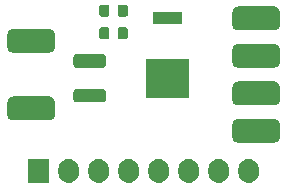
<source format=gts>
G04 #@! TF.GenerationSoftware,KiCad,Pcbnew,(5.0.1-3-g963ef8bb5)*
G04 #@! TF.CreationDate,2018-11-23T17:17:20+10:30*
G04 #@! TF.ProjectId,rgb-led-board,7267622D6C65642D626F6172642E6B69,1.0*
G04 #@! TF.SameCoordinates,Original*
G04 #@! TF.FileFunction,Soldermask,Top*
G04 #@! TF.FilePolarity,Negative*
%FSLAX46Y46*%
G04 Gerber Fmt 4.6, Leading zero omitted, Abs format (unit mm)*
G04 Created by KiCad (PCBNEW (5.0.1-3-g963ef8bb5)) date Friday, 23 November 2018 at 05:17:20 pm*
%MOMM*%
%LPD*%
G01*
G04 APERTURE LIST*
%ADD10C,0.100000*%
G04 APERTURE END LIST*
D10*
G36*
X128439294Y-72246496D02*
X128559726Y-72283029D01*
X128602087Y-72295879D01*
X128752112Y-72376068D01*
X128883612Y-72483988D01*
X128991532Y-72615488D01*
X129071721Y-72765512D01*
X129084571Y-72807873D01*
X129121104Y-72928305D01*
X129133600Y-73055180D01*
X129133600Y-73444819D01*
X129121104Y-73571694D01*
X129084571Y-73692128D01*
X129071721Y-73734488D01*
X128991532Y-73884512D01*
X128883612Y-74016012D01*
X128752112Y-74123932D01*
X128602088Y-74204121D01*
X128559727Y-74216971D01*
X128439295Y-74253504D01*
X128326432Y-74264620D01*
X128270001Y-74270178D01*
X128270000Y-74270178D01*
X128100706Y-74253504D01*
X127980274Y-74216971D01*
X127937913Y-74204121D01*
X127787889Y-74123932D01*
X127697946Y-74050117D01*
X127656388Y-74016012D01*
X127548469Y-73884512D01*
X127548467Y-73884509D01*
X127468279Y-73734488D01*
X127455429Y-73692127D01*
X127418896Y-73571695D01*
X127406400Y-73444820D01*
X127406400Y-73055181D01*
X127418896Y-72928306D01*
X127468278Y-72765517D01*
X127468279Y-72765513D01*
X127548468Y-72615488D01*
X127656388Y-72483988D01*
X127787888Y-72376068D01*
X127937912Y-72295879D01*
X127980273Y-72283029D01*
X128100705Y-72246496D01*
X128227580Y-72234000D01*
X128269999Y-72229822D01*
X128270000Y-72229822D01*
X128439294Y-72246496D01*
X128439294Y-72246496D01*
G37*
G36*
X130979294Y-72246496D02*
X131099726Y-72283029D01*
X131142087Y-72295879D01*
X131292112Y-72376068D01*
X131423612Y-72483988D01*
X131531532Y-72615488D01*
X131611721Y-72765512D01*
X131624571Y-72807873D01*
X131661104Y-72928305D01*
X131673600Y-73055180D01*
X131673600Y-73444819D01*
X131661104Y-73571694D01*
X131624571Y-73692128D01*
X131611721Y-73734488D01*
X131531532Y-73884512D01*
X131423612Y-74016012D01*
X131292112Y-74123932D01*
X131142088Y-74204121D01*
X131099727Y-74216971D01*
X130979295Y-74253504D01*
X130866432Y-74264620D01*
X130810001Y-74270178D01*
X130810000Y-74270178D01*
X130640706Y-74253504D01*
X130520274Y-74216971D01*
X130477913Y-74204121D01*
X130327889Y-74123932D01*
X130237946Y-74050117D01*
X130196388Y-74016012D01*
X130088469Y-73884512D01*
X130088467Y-73884509D01*
X130008279Y-73734488D01*
X129995429Y-73692127D01*
X129958896Y-73571695D01*
X129946400Y-73444820D01*
X129946400Y-73055181D01*
X129958896Y-72928306D01*
X130008278Y-72765517D01*
X130008279Y-72765513D01*
X130088468Y-72615488D01*
X130196388Y-72483988D01*
X130327888Y-72376068D01*
X130477912Y-72295879D01*
X130520273Y-72283029D01*
X130640705Y-72246496D01*
X130767580Y-72234000D01*
X130809999Y-72229822D01*
X130810000Y-72229822D01*
X130979294Y-72246496D01*
X130979294Y-72246496D01*
G37*
G36*
X133519294Y-72246496D02*
X133639726Y-72283029D01*
X133682087Y-72295879D01*
X133832112Y-72376068D01*
X133963612Y-72483988D01*
X134071532Y-72615488D01*
X134151721Y-72765512D01*
X134164571Y-72807873D01*
X134201104Y-72928305D01*
X134213600Y-73055180D01*
X134213600Y-73444819D01*
X134201104Y-73571694D01*
X134164571Y-73692128D01*
X134151721Y-73734488D01*
X134071532Y-73884512D01*
X133963612Y-74016012D01*
X133832112Y-74123932D01*
X133682088Y-74204121D01*
X133639727Y-74216971D01*
X133519295Y-74253504D01*
X133406432Y-74264620D01*
X133350001Y-74270178D01*
X133350000Y-74270178D01*
X133180706Y-74253504D01*
X133060274Y-74216971D01*
X133017913Y-74204121D01*
X132867889Y-74123932D01*
X132777946Y-74050117D01*
X132736388Y-74016012D01*
X132628469Y-73884512D01*
X132628467Y-73884509D01*
X132548279Y-73734488D01*
X132535429Y-73692127D01*
X132498896Y-73571695D01*
X132486400Y-73444820D01*
X132486400Y-73055181D01*
X132498896Y-72928306D01*
X132548278Y-72765517D01*
X132548279Y-72765513D01*
X132628468Y-72615488D01*
X132736388Y-72483988D01*
X132867888Y-72376068D01*
X133017912Y-72295879D01*
X133060273Y-72283029D01*
X133180705Y-72246496D01*
X133307580Y-72234000D01*
X133349999Y-72229822D01*
X133350000Y-72229822D01*
X133519294Y-72246496D01*
X133519294Y-72246496D01*
G37*
G36*
X136059294Y-72246496D02*
X136179726Y-72283029D01*
X136222087Y-72295879D01*
X136372112Y-72376068D01*
X136503612Y-72483988D01*
X136611532Y-72615488D01*
X136691721Y-72765512D01*
X136704571Y-72807873D01*
X136741104Y-72928305D01*
X136753600Y-73055180D01*
X136753600Y-73444819D01*
X136741104Y-73571694D01*
X136704571Y-73692128D01*
X136691721Y-73734488D01*
X136611532Y-73884512D01*
X136503612Y-74016012D01*
X136372112Y-74123932D01*
X136222088Y-74204121D01*
X136179727Y-74216971D01*
X136059295Y-74253504D01*
X135946432Y-74264620D01*
X135890001Y-74270178D01*
X135890000Y-74270178D01*
X135720706Y-74253504D01*
X135600274Y-74216971D01*
X135557913Y-74204121D01*
X135407889Y-74123932D01*
X135317946Y-74050117D01*
X135276388Y-74016012D01*
X135168469Y-73884512D01*
X135168467Y-73884509D01*
X135088279Y-73734488D01*
X135075429Y-73692127D01*
X135038896Y-73571695D01*
X135026400Y-73444820D01*
X135026400Y-73055181D01*
X135038896Y-72928306D01*
X135088278Y-72765517D01*
X135088279Y-72765513D01*
X135168468Y-72615488D01*
X135276388Y-72483988D01*
X135407888Y-72376068D01*
X135557912Y-72295879D01*
X135600273Y-72283029D01*
X135720705Y-72246496D01*
X135847580Y-72234000D01*
X135889999Y-72229822D01*
X135890000Y-72229822D01*
X136059294Y-72246496D01*
X136059294Y-72246496D01*
G37*
G36*
X138599294Y-72246496D02*
X138719726Y-72283029D01*
X138762087Y-72295879D01*
X138912112Y-72376068D01*
X139043612Y-72483988D01*
X139151532Y-72615488D01*
X139231721Y-72765512D01*
X139244571Y-72807873D01*
X139281104Y-72928305D01*
X139293600Y-73055180D01*
X139293600Y-73444819D01*
X139281104Y-73571694D01*
X139244571Y-73692128D01*
X139231721Y-73734488D01*
X139151532Y-73884512D01*
X139043612Y-74016012D01*
X138912112Y-74123932D01*
X138762088Y-74204121D01*
X138719727Y-74216971D01*
X138599295Y-74253504D01*
X138486432Y-74264620D01*
X138430001Y-74270178D01*
X138430000Y-74270178D01*
X138260706Y-74253504D01*
X138140274Y-74216971D01*
X138097913Y-74204121D01*
X137947889Y-74123932D01*
X137857946Y-74050117D01*
X137816388Y-74016012D01*
X137708469Y-73884512D01*
X137708467Y-73884509D01*
X137628279Y-73734488D01*
X137615429Y-73692127D01*
X137578896Y-73571695D01*
X137566400Y-73444820D01*
X137566400Y-73055181D01*
X137578896Y-72928306D01*
X137628278Y-72765517D01*
X137628279Y-72765513D01*
X137708468Y-72615488D01*
X137816388Y-72483988D01*
X137947888Y-72376068D01*
X138097912Y-72295879D01*
X138140273Y-72283029D01*
X138260705Y-72246496D01*
X138387580Y-72234000D01*
X138429999Y-72229822D01*
X138430000Y-72229822D01*
X138599294Y-72246496D01*
X138599294Y-72246496D01*
G37*
G36*
X141139294Y-72246496D02*
X141259726Y-72283029D01*
X141302087Y-72295879D01*
X141452112Y-72376068D01*
X141583612Y-72483988D01*
X141691532Y-72615488D01*
X141771721Y-72765512D01*
X141784571Y-72807873D01*
X141821104Y-72928305D01*
X141833600Y-73055180D01*
X141833600Y-73444819D01*
X141821104Y-73571694D01*
X141784571Y-73692128D01*
X141771721Y-73734488D01*
X141691532Y-73884512D01*
X141583612Y-74016012D01*
X141452112Y-74123932D01*
X141302088Y-74204121D01*
X141259727Y-74216971D01*
X141139295Y-74253504D01*
X141026432Y-74264620D01*
X140970001Y-74270178D01*
X140970000Y-74270178D01*
X140800706Y-74253504D01*
X140680274Y-74216971D01*
X140637913Y-74204121D01*
X140487889Y-74123932D01*
X140397946Y-74050117D01*
X140356388Y-74016012D01*
X140248469Y-73884512D01*
X140248467Y-73884509D01*
X140168279Y-73734488D01*
X140155429Y-73692127D01*
X140118896Y-73571695D01*
X140106400Y-73444820D01*
X140106400Y-73055181D01*
X140118896Y-72928306D01*
X140168278Y-72765517D01*
X140168279Y-72765513D01*
X140248468Y-72615488D01*
X140356388Y-72483988D01*
X140487888Y-72376068D01*
X140637912Y-72295879D01*
X140680273Y-72283029D01*
X140800705Y-72246496D01*
X140927580Y-72234000D01*
X140969999Y-72229822D01*
X140970000Y-72229822D01*
X141139294Y-72246496D01*
X141139294Y-72246496D01*
G37*
G36*
X143679294Y-72246496D02*
X143799726Y-72283029D01*
X143842087Y-72295879D01*
X143992112Y-72376068D01*
X144123612Y-72483988D01*
X144231532Y-72615488D01*
X144311721Y-72765512D01*
X144324571Y-72807873D01*
X144361104Y-72928305D01*
X144373600Y-73055180D01*
X144373600Y-73444819D01*
X144361104Y-73571694D01*
X144324571Y-73692128D01*
X144311721Y-73734488D01*
X144231532Y-73884512D01*
X144123612Y-74016012D01*
X143992112Y-74123932D01*
X143842088Y-74204121D01*
X143799727Y-74216971D01*
X143679295Y-74253504D01*
X143566432Y-74264620D01*
X143510001Y-74270178D01*
X143510000Y-74270178D01*
X143340706Y-74253504D01*
X143220274Y-74216971D01*
X143177913Y-74204121D01*
X143027889Y-74123932D01*
X142937946Y-74050117D01*
X142896388Y-74016012D01*
X142788469Y-73884512D01*
X142788467Y-73884509D01*
X142708279Y-73734488D01*
X142695429Y-73692127D01*
X142658896Y-73571695D01*
X142646400Y-73444820D01*
X142646400Y-73055181D01*
X142658896Y-72928306D01*
X142708278Y-72765517D01*
X142708279Y-72765513D01*
X142788468Y-72615488D01*
X142896388Y-72483988D01*
X143027888Y-72376068D01*
X143177912Y-72295879D01*
X143220273Y-72283029D01*
X143340705Y-72246496D01*
X143467580Y-72234000D01*
X143509999Y-72229822D01*
X143510000Y-72229822D01*
X143679294Y-72246496D01*
X143679294Y-72246496D01*
G37*
G36*
X126593600Y-74266000D02*
X124866400Y-74266000D01*
X124866400Y-72234000D01*
X126593600Y-72234000D01*
X126593600Y-74266000D01*
X126593600Y-74266000D01*
G37*
G36*
X145792735Y-68858999D02*
X145874692Y-68883861D01*
X145950223Y-68924233D01*
X146016432Y-68978568D01*
X146070767Y-69044777D01*
X146111139Y-69120308D01*
X146136001Y-69202265D01*
X146145000Y-69293640D01*
X146145000Y-70406360D01*
X146136001Y-70497735D01*
X146111139Y-70579692D01*
X146070767Y-70655223D01*
X146016432Y-70721432D01*
X145950223Y-70775767D01*
X145874692Y-70816139D01*
X145792735Y-70841001D01*
X145701360Y-70850000D01*
X142588640Y-70850000D01*
X142497265Y-70841001D01*
X142415308Y-70816139D01*
X142339777Y-70775767D01*
X142273568Y-70721432D01*
X142219233Y-70655223D01*
X142178861Y-70579692D01*
X142153999Y-70497735D01*
X142145000Y-70406360D01*
X142145000Y-69293640D01*
X142153999Y-69202265D01*
X142178861Y-69120308D01*
X142219233Y-69044777D01*
X142273568Y-68978568D01*
X142339777Y-68924233D01*
X142415308Y-68883861D01*
X142497265Y-68858999D01*
X142588640Y-68850000D01*
X145701360Y-68850000D01*
X145792735Y-68858999D01*
X145792735Y-68858999D01*
G37*
G36*
X126742735Y-66953999D02*
X126824692Y-66978861D01*
X126900223Y-67019233D01*
X126966432Y-67073568D01*
X127020767Y-67139777D01*
X127061139Y-67215308D01*
X127086001Y-67297265D01*
X127095000Y-67388640D01*
X127095000Y-68501360D01*
X127086001Y-68592735D01*
X127061139Y-68674692D01*
X127020767Y-68750223D01*
X126966432Y-68816432D01*
X126900223Y-68870767D01*
X126824692Y-68911139D01*
X126742735Y-68936001D01*
X126651360Y-68945000D01*
X123538640Y-68945000D01*
X123447265Y-68936001D01*
X123365308Y-68911139D01*
X123289777Y-68870767D01*
X123223568Y-68816432D01*
X123169233Y-68750223D01*
X123128861Y-68674692D01*
X123103999Y-68592735D01*
X123095000Y-68501360D01*
X123095000Y-67388640D01*
X123103999Y-67297265D01*
X123128861Y-67215308D01*
X123169233Y-67139777D01*
X123223568Y-67073568D01*
X123289777Y-67019233D01*
X123365308Y-66978861D01*
X123447265Y-66953999D01*
X123538640Y-66945000D01*
X126651360Y-66945000D01*
X126742735Y-66953999D01*
X126742735Y-66953999D01*
G37*
G36*
X145792735Y-65683999D02*
X145874692Y-65708861D01*
X145950223Y-65749233D01*
X146016432Y-65803568D01*
X146070767Y-65869777D01*
X146111139Y-65945308D01*
X146136001Y-66027265D01*
X146145000Y-66118640D01*
X146145000Y-67231360D01*
X146136001Y-67322735D01*
X146111139Y-67404692D01*
X146070767Y-67480223D01*
X146016432Y-67546432D01*
X145950223Y-67600767D01*
X145874692Y-67641139D01*
X145792735Y-67666001D01*
X145701360Y-67675000D01*
X142588640Y-67675000D01*
X142497265Y-67666001D01*
X142415308Y-67641139D01*
X142339777Y-67600767D01*
X142273568Y-67546432D01*
X142219233Y-67480223D01*
X142178861Y-67404692D01*
X142153999Y-67322735D01*
X142145000Y-67231360D01*
X142145000Y-66118640D01*
X142153999Y-66027265D01*
X142178861Y-65945308D01*
X142219233Y-65869777D01*
X142273568Y-65803568D01*
X142339777Y-65749233D01*
X142415308Y-65708861D01*
X142497265Y-65683999D01*
X142588640Y-65675000D01*
X145701360Y-65675000D01*
X145792735Y-65683999D01*
X145792735Y-65683999D01*
G37*
G36*
X131224763Y-66304964D02*
X131267330Y-66317876D01*
X131306555Y-66338843D01*
X131340939Y-66367061D01*
X131369157Y-66401445D01*
X131390124Y-66440670D01*
X131403036Y-66483237D01*
X131408000Y-66533640D01*
X131408000Y-67226360D01*
X131403036Y-67276763D01*
X131390124Y-67319330D01*
X131369157Y-67358555D01*
X131340939Y-67392939D01*
X131306555Y-67421157D01*
X131267330Y-67442124D01*
X131224763Y-67455036D01*
X131174360Y-67460000D01*
X128921640Y-67460000D01*
X128871237Y-67455036D01*
X128828670Y-67442124D01*
X128789445Y-67421157D01*
X128755061Y-67392939D01*
X128726843Y-67358555D01*
X128705876Y-67319330D01*
X128692964Y-67276763D01*
X128688000Y-67226360D01*
X128688000Y-66533640D01*
X128692964Y-66483237D01*
X128705876Y-66440670D01*
X128726843Y-66401445D01*
X128755061Y-66367061D01*
X128789445Y-66338843D01*
X128828670Y-66317876D01*
X128871237Y-66304964D01*
X128921640Y-66300000D01*
X131174360Y-66300000D01*
X131224763Y-66304964D01*
X131224763Y-66304964D01*
G37*
G36*
X137579165Y-63760485D02*
X137602614Y-63767598D01*
X137627000Y-63770000D01*
X138502000Y-63770000D01*
X138502000Y-67040000D01*
X137627000Y-67040000D01*
X137602614Y-67042402D01*
X137579165Y-67049515D01*
X137568903Y-67055000D01*
X135735097Y-67055000D01*
X135724835Y-67049515D01*
X135701386Y-67042402D01*
X135677000Y-67040000D01*
X134802000Y-67040000D01*
X134802000Y-63770000D01*
X135677000Y-63770000D01*
X135701386Y-63767598D01*
X135724835Y-63760485D01*
X135735097Y-63755000D01*
X137568903Y-63755000D01*
X137579165Y-63760485D01*
X137579165Y-63760485D01*
G37*
G36*
X131224763Y-63354964D02*
X131267330Y-63367876D01*
X131306555Y-63388843D01*
X131340939Y-63417061D01*
X131369157Y-63451445D01*
X131390124Y-63490670D01*
X131403036Y-63533237D01*
X131408000Y-63583640D01*
X131408000Y-64276360D01*
X131403036Y-64326763D01*
X131390124Y-64369330D01*
X131369157Y-64408555D01*
X131340939Y-64442939D01*
X131306555Y-64471157D01*
X131267330Y-64492124D01*
X131224763Y-64505036D01*
X131174360Y-64510000D01*
X128921640Y-64510000D01*
X128871237Y-64505036D01*
X128828670Y-64492124D01*
X128789445Y-64471157D01*
X128755061Y-64442939D01*
X128726843Y-64408555D01*
X128705876Y-64369330D01*
X128692964Y-64326763D01*
X128688000Y-64276360D01*
X128688000Y-63583640D01*
X128692964Y-63533237D01*
X128705876Y-63490670D01*
X128726843Y-63451445D01*
X128755061Y-63417061D01*
X128789445Y-63388843D01*
X128828670Y-63367876D01*
X128871237Y-63354964D01*
X128921640Y-63350000D01*
X131174360Y-63350000D01*
X131224763Y-63354964D01*
X131224763Y-63354964D01*
G37*
G36*
X145792735Y-62508999D02*
X145874692Y-62533861D01*
X145950223Y-62574233D01*
X146016432Y-62628568D01*
X146070767Y-62694777D01*
X146111139Y-62770308D01*
X146136001Y-62852265D01*
X146145000Y-62943640D01*
X146145000Y-64056360D01*
X146136001Y-64147735D01*
X146111139Y-64229692D01*
X146070767Y-64305223D01*
X146016432Y-64371432D01*
X145950223Y-64425767D01*
X145874692Y-64466139D01*
X145792735Y-64491001D01*
X145701360Y-64500000D01*
X142588640Y-64500000D01*
X142497265Y-64491001D01*
X142415308Y-64466139D01*
X142339777Y-64425767D01*
X142273568Y-64371432D01*
X142219233Y-64305223D01*
X142178861Y-64229692D01*
X142153999Y-64147735D01*
X142145000Y-64056360D01*
X142145000Y-62943640D01*
X142153999Y-62852265D01*
X142178861Y-62770308D01*
X142219233Y-62694777D01*
X142273568Y-62628568D01*
X142339777Y-62574233D01*
X142415308Y-62533861D01*
X142497265Y-62508999D01*
X142588640Y-62500000D01*
X145701360Y-62500000D01*
X145792735Y-62508999D01*
X145792735Y-62508999D01*
G37*
G36*
X126742735Y-61238999D02*
X126824692Y-61263861D01*
X126900223Y-61304233D01*
X126966432Y-61358568D01*
X127020767Y-61424777D01*
X127061139Y-61500308D01*
X127086001Y-61582265D01*
X127095000Y-61673640D01*
X127095000Y-62786360D01*
X127086001Y-62877735D01*
X127061139Y-62959692D01*
X127020767Y-63035223D01*
X126966432Y-63101432D01*
X126900223Y-63155767D01*
X126824692Y-63196139D01*
X126742735Y-63221001D01*
X126651360Y-63230000D01*
X123538640Y-63230000D01*
X123447265Y-63221001D01*
X123365308Y-63196139D01*
X123289777Y-63155767D01*
X123223568Y-63101432D01*
X123169233Y-63035223D01*
X123128861Y-62959692D01*
X123103999Y-62877735D01*
X123095000Y-62786360D01*
X123095000Y-61673640D01*
X123103999Y-61582265D01*
X123128861Y-61500308D01*
X123169233Y-61424777D01*
X123223568Y-61358568D01*
X123289777Y-61304233D01*
X123365308Y-61263861D01*
X123447265Y-61238999D01*
X123538640Y-61230000D01*
X126651360Y-61230000D01*
X126742735Y-61238999D01*
X126742735Y-61238999D01*
G37*
G36*
X131609144Y-61108475D02*
X131637172Y-61116977D01*
X131662998Y-61130782D01*
X131685638Y-61149362D01*
X131704218Y-61172002D01*
X131718023Y-61197828D01*
X131726525Y-61225856D01*
X131730000Y-61261140D01*
X131730000Y-61928860D01*
X131726525Y-61964144D01*
X131718023Y-61992172D01*
X131704218Y-62017998D01*
X131685638Y-62040638D01*
X131662998Y-62059218D01*
X131637172Y-62073023D01*
X131609144Y-62081525D01*
X131573860Y-62085000D01*
X131036140Y-62085000D01*
X131000856Y-62081525D01*
X130972828Y-62073023D01*
X130947002Y-62059218D01*
X130924362Y-62040638D01*
X130905782Y-62017998D01*
X130891977Y-61992172D01*
X130883475Y-61964144D01*
X130880000Y-61928860D01*
X130880000Y-61261140D01*
X130883475Y-61225856D01*
X130891977Y-61197828D01*
X130905782Y-61172002D01*
X130924362Y-61149362D01*
X130947002Y-61130782D01*
X130972828Y-61116977D01*
X131000856Y-61108475D01*
X131036140Y-61105000D01*
X131573860Y-61105000D01*
X131609144Y-61108475D01*
X131609144Y-61108475D01*
G37*
G36*
X133159144Y-61108475D02*
X133187172Y-61116977D01*
X133212998Y-61130782D01*
X133235638Y-61149362D01*
X133254218Y-61172002D01*
X133268023Y-61197828D01*
X133276525Y-61225856D01*
X133280000Y-61261140D01*
X133280000Y-61928860D01*
X133276525Y-61964144D01*
X133268023Y-61992172D01*
X133254218Y-62017998D01*
X133235638Y-62040638D01*
X133212998Y-62059218D01*
X133187172Y-62073023D01*
X133159144Y-62081525D01*
X133123860Y-62085000D01*
X132586140Y-62085000D01*
X132550856Y-62081525D01*
X132522828Y-62073023D01*
X132497002Y-62059218D01*
X132474362Y-62040638D01*
X132455782Y-62017998D01*
X132441977Y-61992172D01*
X132433475Y-61964144D01*
X132430000Y-61928860D01*
X132430000Y-61261140D01*
X132433475Y-61225856D01*
X132441977Y-61197828D01*
X132455782Y-61172002D01*
X132474362Y-61149362D01*
X132497002Y-61130782D01*
X132522828Y-61116977D01*
X132550856Y-61108475D01*
X132586140Y-61105000D01*
X133123860Y-61105000D01*
X133159144Y-61108475D01*
X133159144Y-61108475D01*
G37*
G36*
X145792735Y-59333999D02*
X145874692Y-59358861D01*
X145950223Y-59399233D01*
X146016432Y-59453568D01*
X146070767Y-59519777D01*
X146111139Y-59595308D01*
X146136001Y-59677265D01*
X146145000Y-59768640D01*
X146145000Y-60881360D01*
X146136001Y-60972735D01*
X146111139Y-61054692D01*
X146070767Y-61130223D01*
X146016432Y-61196432D01*
X145950223Y-61250767D01*
X145874692Y-61291139D01*
X145792735Y-61316001D01*
X145701360Y-61325000D01*
X142588640Y-61325000D01*
X142497265Y-61316001D01*
X142415308Y-61291139D01*
X142339777Y-61250767D01*
X142273568Y-61196432D01*
X142219233Y-61130223D01*
X142178861Y-61054692D01*
X142153999Y-60972735D01*
X142145000Y-60881360D01*
X142145000Y-59768640D01*
X142153999Y-59677265D01*
X142178861Y-59595308D01*
X142219233Y-59519777D01*
X142273568Y-59453568D01*
X142339777Y-59399233D01*
X142415308Y-59358861D01*
X142497265Y-59333999D01*
X142588640Y-59325000D01*
X145701360Y-59325000D01*
X145792735Y-59333999D01*
X145792735Y-59333999D01*
G37*
G36*
X137887000Y-60810000D02*
X135417000Y-60810000D01*
X135417000Y-59840000D01*
X137887000Y-59840000D01*
X137887000Y-60810000D01*
X137887000Y-60810000D01*
G37*
G36*
X133159144Y-59203475D02*
X133187172Y-59211977D01*
X133212998Y-59225782D01*
X133235638Y-59244362D01*
X133254218Y-59267002D01*
X133268023Y-59292828D01*
X133276525Y-59320856D01*
X133280000Y-59356140D01*
X133280000Y-60023860D01*
X133276525Y-60059144D01*
X133268023Y-60087172D01*
X133254218Y-60112998D01*
X133235638Y-60135638D01*
X133212998Y-60154218D01*
X133187172Y-60168023D01*
X133159144Y-60176525D01*
X133123860Y-60180000D01*
X132586140Y-60180000D01*
X132550856Y-60176525D01*
X132522828Y-60168023D01*
X132497002Y-60154218D01*
X132474362Y-60135638D01*
X132455782Y-60112998D01*
X132441977Y-60087172D01*
X132433475Y-60059144D01*
X132430000Y-60023860D01*
X132430000Y-59356140D01*
X132433475Y-59320856D01*
X132441977Y-59292828D01*
X132455782Y-59267002D01*
X132474362Y-59244362D01*
X132497002Y-59225782D01*
X132522828Y-59211977D01*
X132550856Y-59203475D01*
X132586140Y-59200000D01*
X133123860Y-59200000D01*
X133159144Y-59203475D01*
X133159144Y-59203475D01*
G37*
G36*
X131609144Y-59203475D02*
X131637172Y-59211977D01*
X131662998Y-59225782D01*
X131685638Y-59244362D01*
X131704218Y-59267002D01*
X131718023Y-59292828D01*
X131726525Y-59320856D01*
X131730000Y-59356140D01*
X131730000Y-60023860D01*
X131726525Y-60059144D01*
X131718023Y-60087172D01*
X131704218Y-60112998D01*
X131685638Y-60135638D01*
X131662998Y-60154218D01*
X131637172Y-60168023D01*
X131609144Y-60176525D01*
X131573860Y-60180000D01*
X131036140Y-60180000D01*
X131000856Y-60176525D01*
X130972828Y-60168023D01*
X130947002Y-60154218D01*
X130924362Y-60135638D01*
X130905782Y-60112998D01*
X130891977Y-60087172D01*
X130883475Y-60059144D01*
X130880000Y-60023860D01*
X130880000Y-59356140D01*
X130883475Y-59320856D01*
X130891977Y-59292828D01*
X130905782Y-59267002D01*
X130924362Y-59244362D01*
X130947002Y-59225782D01*
X130972828Y-59211977D01*
X131000856Y-59203475D01*
X131036140Y-59200000D01*
X131573860Y-59200000D01*
X131609144Y-59203475D01*
X131609144Y-59203475D01*
G37*
M02*

</source>
